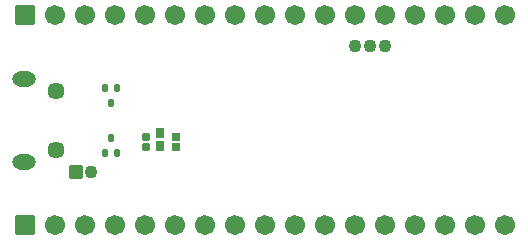
<source format=gbs>
G04 Layer: BottomSolderMaskLayer*
G04 EasyEDA v6.5.42, 2024-04-08 08:38:15*
G04 e5b43dc0649c40c7af9ec927a61642e9,25835901624346e3b29966769a4e042a,10*
G04 Gerber Generator version 0.2*
G04 Scale: 100 percent, Rotated: No, Reflected: No *
G04 Dimensions in inches *
G04 leading zeros omitted , absolute positions ,3 integer and 6 decimal *
%FSLAX36Y36*%
%MOIN*%

%AMMACRO1*1,1,$1,$2,$3*1,1,$1,$4,$5*1,1,$1,0-$2,0-$3*1,1,$1,0-$4,0-$5*20,1,$1,$2,$3,$4,$5,0*20,1,$1,$4,$5,0-$2,0-$3,0*20,1,$1,0-$2,0-$3,0-$4,0-$5,0*20,1,$1,0-$4,0-$5,$2,$3,0*4,1,4,$2,$3,$4,$5,0-$2,0-$3,0-$4,0-$5,$2,$3,0*%
%ADD10MACRO1,0.004X-0.0106X-0.0156X0.0106X-0.0156*%
%ADD11MACRO1,0.004X-0.0106X0.0156X0.0106X0.0156*%
%ADD12R,0.0253X0.0263*%
%ADD13MACRO1,0.004X-0.0106X-0.0111X0.0106X-0.0111*%
%ADD14MACRO1,0.004X-0.0106X0.0111X0.0106X0.0111*%
%ADD15MACRO1,0.004X-0.0315X-0.0315X0.0315X-0.0315*%
%ADD16C,0.0670*%
%ADD17MACRO1,0.004X0.0079X0.01X-0.0079X0.01*%
%ADD18MACRO1,0.004X-0.0079X-0.01X0.0079X-0.01*%
%ADD19C,0.0434*%
%ADD20C,0.0572*%
%ADD21O,0.078803X0.05124000000000001*%
%ADD22MACRO1,0.004X-0.0197X0.0197X0.0197X0.0197*%

%LPD*%
D10*
G01*
X1505000Y557458D03*
D11*
G01*
X1505000Y514540D03*
D12*
G01*
X1558000Y510960D03*
G01*
X1558000Y545039D03*
D13*
G01*
X1455999Y544040D03*
D14*
G01*
X1455999Y509959D03*
D15*
G01*
X1055000Y950000D03*
D16*
G01*
X1155000Y950000D03*
G01*
X1255000Y950000D03*
G01*
X1355000Y950000D03*
G01*
X1455000Y950000D03*
G01*
X1555000Y950000D03*
G01*
X1655000Y950000D03*
G01*
X1755000Y950000D03*
G01*
X1855000Y950000D03*
G01*
X1955000Y950000D03*
G01*
X2055000Y950000D03*
G01*
X2155000Y950000D03*
G01*
X2255000Y950000D03*
G01*
X2355000Y950000D03*
G01*
X2455000Y950000D03*
G01*
X2555000Y950000D03*
G01*
X2655000Y950000D03*
D15*
G01*
X1055000Y250000D03*
D16*
G01*
X1155000Y250000D03*
G01*
X1255000Y250000D03*
G01*
X1355000Y250000D03*
G01*
X1455000Y250000D03*
G01*
X1555000Y250000D03*
G01*
X1655000Y250000D03*
G01*
X1755000Y250000D03*
G01*
X1855000Y250000D03*
G01*
X1955000Y250000D03*
G01*
X2055000Y250000D03*
G01*
X2155000Y250000D03*
G01*
X2255000Y250000D03*
G01*
X2355000Y250000D03*
G01*
X2455000Y250000D03*
G01*
X2555000Y250000D03*
G01*
X2655000Y250000D03*
D17*
G01*
X1340999Y540590D03*
G01*
X1360684Y489409D03*
G01*
X1321314Y489409D03*
D18*
G01*
X1340999Y656409D03*
G01*
X1321314Y707590D03*
G01*
X1360684Y707590D03*
D19*
G01*
X2152240Y847970D03*
G01*
X2202240Y847970D03*
G01*
X2252240Y847970D03*
D20*
G01*
X1158149Y698420D03*
G01*
X1158149Y501570D03*
D21*
G01*
X1051859Y462199D03*
G01*
X1051859Y737800D03*
D22*
G01*
X1223055Y425715D03*
D19*
G01*
X1273059Y425709D03*
M02*

</source>
